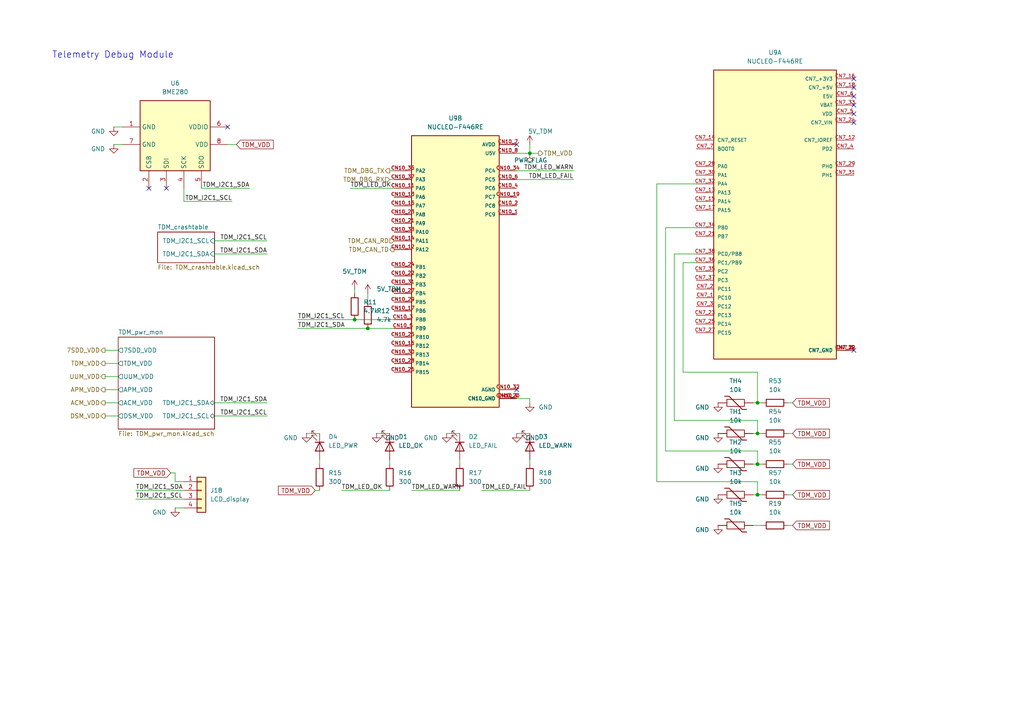
<source format=kicad_sch>
(kicad_sch (version 20250114) (generator "eeschema") (generator_version "9.0")
  (paper "A4")
  (title_block (date "2025-07-21") (rev "2"))
  (lib_symbols
    (symbol "Connector_Generic:Conn_01x04" (pin_names (offset 1.016) (hide yes))
      (property "Reference" "J" (at 0 5.08 0))
      (property "Value" "Conn_01x04" (at 0 -7.62 0))
      (symbol "Conn_01x04_1_1"
        (rectangle (start -1.27 3.81) (end 1.27 -6.35) (stroke (width 0.254)) (fill (type background)))
        (rectangle (start -1.27 2.667) (end 0 2.413) (stroke (width 0.1524)))
        (rectangle (start -1.27 0.127) (end 0 -0.127) (stroke (width 0.1524)))
        (rectangle (start -1.27 -2.413) (end 0 -2.667) (stroke (width 0.1524)))
        (rectangle (start -1.27 -4.953) (end 0 -5.207) (stroke (width 0.1524)))
        (pin passive line (at -5.08 2.54 0) (length 3.81) (name "Pin_1") (number "1"))
        (pin passive line (at -5.08 0 0) (length 3.81) (name "Pin_2") (number "2"))
        (pin passive line (at -5.08 -2.54 0) (length 3.81) (name "Pin_3") (number "3"))
        (pin passive line (at -5.08 -5.08 0) (length 3.81) (name "Pin_4") (number "4"))
      )
    )
    (symbol "Device:LED" (pin_numbers (hide yes)) (pin_names (offset 1.016) (hide yes))
      (property "Reference" "D" (at 0 2.54 0))
      (property "Value" "LED" (at 0 -2.54 0))
      (symbol "LED_0_1"
        (polyline (pts (xy -3.048 -0.762) (xy -4.572 -2.286) (xy -3.81 -2.286) (xy -4.572 -2.286) (xy -4.572 -1.524)))
        (polyline (pts (xy -1.778 -0.762) (xy -3.302 -2.286) (xy -2.54 -2.286) (xy -3.302 -2.286) (xy -3.302 -1.524)))
        (polyline (pts (xy -1.27 0) (xy 1.27 0)))
        (polyline (pts (xy -1.27 -1.27) (xy -1.27 1.27)) (stroke (width 0.254)))
        (polyline (pts (xy 1.27 -1.27) (xy 1.27 1.27) (xy -1.27 0) (xy 1.27 -1.27)) (stroke (width 0.254)))
      )
      (symbol "LED_1_1"
        (pin passive line (at -3.81 0 0) (length 2.54) (name "K") (number "1"))
        (pin passive line (at 3.81 0 180) (length 2.54) (name "A") (number "2"))
      )
    )
    (symbol "Device:R" (pin_numbers (hide yes)) (pin_names (offset 0))
      (property "Reference" "R" (at 2.032 0 90))
      (property "Value" "R" (at 0 0 90))
      (symbol "R_0_1"
        (rectangle (start -1.016 -2.54) (end 1.016 2.54) (stroke (width 0.254)))
      )
      (symbol "R_1_1"
        (pin passive line (at 0 3.81 270) (length 1.27) (name "~") (number "1"))
        (pin passive line (at 0 -3.81 90) (length 1.27) (name "~") (number "2"))
      )
    )
    (symbol "Device:Thermistor" (pin_numbers (hide yes)) (pin_names (offset 0))
      (property "Reference" "TH" (at 2.54 1.27 90))
      (property "Value" "Thermistor" (at -2.54 0 90))
      (symbol "Thermistor_0_1"
        (polyline (pts (xy -1.905 3.175) (xy -1.905 1.905) (xy 1.905 -1.905) (xy 1.905 -3.175) (xy 1.905 -3.175)) (stroke (width 0.254)))
        (rectangle (start -1.016 2.54) (end 1.016 -2.54) (stroke (width 0.2032)))
      )
      (symbol "Thermistor_1_1"
        (pin passive line (at 0 5.08 270) (length 2.54) (name "~") (number "1"))
        (pin passive line (at 0 -5.08 90) (length 2.54) (name "~") (number "2"))
      )
    )
    (symbol "NUCLEO-F446RE:NUCLEO-F446RE" (pin_names (offset 1.016))
      (property "Reference" "U" (at -17.78 41.91 0))
      (property "Value" "NUCLEO-F446RE" (at -17.78 -44.45 0))
      (symbol "NUCLEO-F446RE_1_0"
        (rectangle (start -17.78 -43.18) (end 17.78 40.64) (stroke (width 0.254)) (fill (type background)))
        (pin bidirectional line (at -22.86 20.32 0) (length 5.08) (name "CN7_RESET") (number "CN7_14"))
        (pin bidirectional line (at -22.86 17.78 0) (length 5.08) (name "BOOT0") (number "CN7_7"))
        (pin bidirectional line (at -22.86 12.7 0) (length 5.08) (name "PA0") (number "CN7_28"))
        (pin bidirectional line (at -22.86 10.16 0) (length 5.08) (name "PA1") (number "CN7_30"))
        (pin bidirectional line (at -22.86 7.62 0) (length 5.08) (name "PA4") (number "CN7_32"))
        (pin bidirectional line (at -22.86 5.08 0) (length 5.08) (name "PA13") (number "CN7_13"))
        (pin bidirectional line (at -22.86 2.54 0) (length 5.08) (name "PA14") (number "CN7_15"))
        (pin bidirectional line (at -22.86 0 0) (length 5.08) (name "PA15") (number "CN7_17"))
        (pin bidirectional line (at -22.86 -5.08 0) (length 5.08) (name "PB0") (number "CN7_34"))
        (pin bidirectional line (at -22.86 -7.62 0) (length 5.08) (name "PB7") (number "CN7_21"))
        (pin bidirectional line (at -22.86 -12.7 0) (length 5.08) (name "PC0/PB8") (number "CN7_38"))
        (pin bidirectional line (at -22.86 -15.24 0) (length 5.08) (name "PC1/PB9") (number "CN7_36"))
        (pin bidirectional line (at -22.86 -17.78 0) (length 5.08) (name "PC2") (number "CN7_35"))
        (pin bidirectional line (at -22.86 -20.32 0) (length 5.08) (name "PC3") (number "CN7_37"))
        (pin bidirectional line (at -22.86 -22.86 0) (length 5.08) (name "PC11") (number "CN7_2"))
        (pin bidirectional line (at -22.86 -25.4 0) (length 5.08) (name "PC10") (number "CN7_1"))
        (pin bidirectional line (at -22.86 -27.94 0) (length 5.08) (name "PC12") (number "CN7_3"))
        (pin bidirectional line (at -22.86 -30.48 0) (length 5.08) (name "PC13") (number "CN7_23"))
        (pin bidirectional line (at -22.86 -33.02 0) (length 5.08) (name "PC14") (number "CN7_25"))
        (pin bidirectional line (at -22.86 -35.56 0) (length 5.08) (name "PC15") (number "CN7_27"))
        (pin power_in line (at 22.86 38.1 180) (length 5.08) (name "CN7_+3V3") (number "CN7_16"))
        (pin power_in line (at 22.86 35.56 180) (length 5.08) (name "CN7_+5V") (number "CN7_18"))
        (pin power_in line (at 22.86 33.02 180) (length 5.08) (name "E5V") (number "CN7_6"))
        (pin power_in line (at 22.86 30.48 180) (length 5.08) (name "VBAT") (number "CN7_33"))
        (pin power_in line (at 22.86 27.94 180) (length 5.08) (name "VDD") (number "CN7_5"))
        (pin power_in line (at 22.86 25.4 180) (length 5.08) (name "CN7_VIN") (number "CN7_24"))
        (pin bidirectional line (at 22.86 20.32 180) (length 5.08) (name "CN7_IOREF") (number "CN7_12"))
        (pin bidirectional line (at 22.86 17.78 180) (length 5.08) (name "PD2") (number "CN7_4"))
        (pin bidirectional line (at 22.86 12.7 180) (length 5.08) (name "PH0") (number "CN7_29"))
        (pin bidirectional line (at 22.86 10.16 180) (length 5.08) (name "PH1") (number "CN7_31"))
        (pin power_in line (at 22.86 -40.64 180) (length 5.08) (name "CN7_GND") (number "CN7_19"))
        (pin power_in line (at 22.86 -40.64 180) (length 5.08) (name "CN7_GND") (number "CN7_20"))
        (pin power_in line (at 22.86 -40.64 180) (length 5.08) (name "CN7_GND") (number "CN7_22"))
        (pin power_in line (at 22.86 -40.64 180) (length 5.08) (name "CN7_GND") (number "CN7_8"))
      )
      (symbol "NUCLEO-F446RE_2_0"
        (rectangle (start -12.7 -40.64) (end 12.7 38.1) (stroke (width 0.254)) (fill (type background)))
        (pin bidirectional line (at -17.78 27.94 0) (length 5.08) (name "PA2") (number "CN10_35"))
        (pin bidirectional line (at -17.78 25.4 0) (length 5.08) (name "PA3") (number "CN10_37"))
        (pin bidirectional line (at -17.78 22.86 0) (length 5.08) (name "PA5") (number "CN10_11"))
        (pin bidirectional line (at -17.78 20.32 0) (length 5.08) (name "PA6") (number "CN10_13"))
        (pin bidirectional line (at -17.78 17.78 0) (length 5.08) (name "PA7") (number "CN10_15"))
        (pin bidirectional line (at -17.78 15.24 0) (length 5.08) (name "PA8") (number "CN10_23"))
        (pin bidirectional line (at -17.78 12.7 0) (length 5.08) (name "PA9") (number "CN10_21"))
        (pin bidirectional line (at -17.78 10.16 0) (length 5.08) (name "PA10") (number "CN10_33"))
        (pin bidirectional line (at -17.78 7.62 0) (length 5.08) (name "PA11") (number "CN10_14"))
        (pin bidirectional line (at -17.78 5.08 0) (length 5.08) (name "PA12") (number "CN10_12"))
        (pin bidirectional line (at -17.78 0 0) (length 5.08) (name "PB1") (number "CN10_24"))
        (pin bidirectional line (at -17.78 -2.54 0) (length 5.08) (name "PB2") (number "CN10_22"))
        (pin bidirectional line (at -17.78 -5.08 0) (length 5.08) (name "PB3") (number "CN10_31"))
        (pin bidirectional line (at -17.78 -7.62 0) (length 5.08) (name "PB4") (number "CN10_27"))
        (pin bidirectional line (at -17.78 -10.16 0) (length 5.08) (name "PB5") (number "CN10_29"))
        (pin bidirectional line (at -17.78 -12.7 0) (length 5.08) (name "PB6") (number "CN10_17"))
        (pin bidirectional line (at -17.78 -15.24 0) (length 5.08) (name "PB8") (number "CN10_3"))
        (pin bidirectional line (at -17.78 -17.78 0) (length 5.08) (name "PB9") (number "CN10_5"))
        (pin bidirectional line (at -17.78 -20.32 0) (length 5.08) (name "PB10") (number "CN10_25"))
        (pin bidirectional line (at -17.78 -22.86 0) (length 5.08) (name "PB12") (number "CN10_16"))
        (pin bidirectional line (at -17.78 -25.4 0) (length 5.08) (name "PB13") (number "CN10_30"))
        (pin bidirectional line (at -17.78 -27.94 0) (length 5.08) (name "PB14") (number "CN10_28"))
        (pin bidirectional line (at -17.78 -30.48 0) (length 5.08) (name "PB15") (number "CN10_26"))
        (pin power_in line (at 17.78 35.56 180) (length 5.08) (name "AVDD") (number "CN10_7"))
        (pin power_in line (at 17.78 33.02 180) (length 5.08) (name "U5V") (number "CN10_8"))
        (pin bidirectional line (at 17.78 27.94 180) (length 5.08) (name "PC4") (number "CN10_34"))
        (pin bidirectional line (at 17.78 25.4 180) (length 5.08) (name "PC5") (number "CN10_6"))
        (pin bidirectional line (at 17.78 22.86 180) (length 5.08) (name "PC6") (number "CN10_4"))
        (pin bidirectional line (at 17.78 20.32 180) (length 5.08) (name "PC7") (number "CN10_19"))
        (pin bidirectional line (at 17.78 17.78 180) (length 5.08) (name "PC8") (number "CN10_2"))
        (pin bidirectional line (at 17.78 15.24 180) (length 5.08) (name "PC9") (number "CN10_1"))
        (pin power_in line (at 17.78 -35.56 180) (length 5.08) (name "AGND") (number "CN10_32"))
        (pin power_in line (at 17.78 -38.1 180) (length 5.08) (name "CN10_GND") (number "CN10_20"))
        (pin power_in line (at 17.78 -38.1 180) (length 5.08) (name "CN10_GND") (number "CN10_9"))
      )
      (symbol "NUCLEO-F446RE_3_0"
        (rectangle (start -15.24 -12.7) (end 15.24 10.16) (stroke (width 0.254)) (fill (type background)))
        (pin bidirectional line (at -20.32 -2.54 0) (length 5.08) (name "CN6_RESET") (number "CN6_3"))
        (pin bidirectional line (at -20.32 -5.08 0) (length 5.08) (name "CN6_IOREF") (number "CN6_2"))
        (pin power_in line (at 20.32 7.62 180) (length 5.08) (name "CN6_VIN") (number "CN6_8"))
        (pin power_in line (at 20.32 5.08 180) (length 5.08) (name "CN6_+5V") (number "CN6_5"))
        (pin power_in line (at 20.32 2.54 180) (length 5.08) (name "CN6_+3V3") (number "CN6_4"))
        (pin power_in line (at 20.32 -10.16 180) (length 5.08) (name "CN6_GND") (number "CN6_6"))
        (pin power_in line (at 20.32 -10.16 180) (length 5.08) (name "CN6_GND") (number "CN6_7"))
      )
      (symbol "NUCLEO-F446RE_4_0"
        (rectangle (start -5.08 -12.7) (end 5.08 12.7) (stroke (width 0.254)) (fill (type background)))
        (pin input line (at -10.16 10.16 0) (length 5.08) (name "D0") (number "CN9_1"))
        (pin output line (at -10.16 7.62 0) (length 5.08) (name "D1") (number "CN9_2"))
        (pin bidirectional line (at -10.16 2.54 0) (length 5.08) (name "D2") (number "CN9_3"))
        (pin bidirectional line (at -10.16 0 0) (length 5.08) (name "D3") (number "CN9_4"))
        (pin bidirectional line (at -10.16 -2.54 0) (length 5.08) (name "D4") (number "CN9_5"))
        (pin bidirectional line (at -10.16 -5.08 0) (length 5.08) (name "D5") (number "CN9_6"))
        (pin bidirectional line (at -10.16 -7.62 0) (length 5.08) (name "D6") (number "CN9_7"))
        (pin bidirectional line (at -10.16 -10.16 0) (length 5.08) (name "D7") (number "CN9_8"))
      )
      (symbol "NUCLEO-F446RE_5_0"
        (rectangle (start -5.08 -10.16) (end 5.08 7.62) (stroke (width 0.254)) (fill (type background)))
        (pin input line (at -10.16 5.08 0) (length 5.08) (name "A0") (number "CN8_1"))
        (pin input line (at -10.16 2.54 0) (length 5.08) (name "A1") (number "CN8_2"))
        (pin input line (at -10.16 0 0) (length 5.08) (name "A2") (number "CN8_3"))
        (pin input line (at -10.16 -2.54 0) (length 5.08) (name "A3") (number "CN8_4"))
        (pin input line (at -10.16 -5.08 0) (length 5.08) (name "A4") (number "CN8_5"))
        (pin input line (at -10.16 -7.62 0) (length 5.08) (name "A5") (number "CN8_6"))
      )
      (symbol "NUCLEO-F446RE_6_0"
        (rectangle (start -10.16 -17.78) (end 10.16 15.24) (stroke (width 0.254)) (fill (type background)))
        (pin bidirectional line (at -15.24 7.62 0) (length 5.08) (name "D8") (number "CN5_1"))
        (pin bidirectional line (at -15.24 5.08 0) (length 5.08) (name "D9") (number "CN5_2"))
        (pin bidirectional line (at -15.24 2.54 0) (length 5.08) (name "D10") (number "CN5_3"))
        (pin bidirectional line (at -15.24 0 0) (length 5.08) (name "D11") (number "CN5_4"))
        (pin bidirectional line (at -15.24 -2.54 0) (length 5.08) (name "D12") (number "CN5_5"))
        (pin bidirectional clock (at -15.24 -5.08 0) (length 5.08) (name "D13") (number "CN5_6"))
        (pin bidirectional line (at -15.24 -7.62 0) (length 5.08) (name "D14") (number "CN5_9"))
        (pin bidirectional clock (at -15.24 -10.16 0) (length 5.08) (name "D15") (number "CN5_10"))
        (pin power_in line (at 15.24 12.7 180) (length 5.08) (name "AREF") (number "CN5_8"))
        (pin power_in line (at 15.24 -15.24 180) (length 5.08) (name "CN5_GND") (number "CN5_7"))
      )
    )
    (symbol "Sensor:BME280"
      (property "Reference" "U" (at -8.89 11.43 0))
      (property "Value" "BME280" (at 7.62 11.43 0))
      (symbol "BME280_0_1"
        (rectangle (start -10.16 10.16) (end 10.16 -10.16) (stroke (width 0.254)) (fill (type background)))
      )
      (symbol "BME280_1_1"
        (pin power_in line (at -2.54 15.24 270) (length 5.08) (name "VDDIO") (number "6"))
        (pin power_in line (at -2.54 -15.24 90) (length 5.08) (name "GND") (number "1"))
        (pin power_in line (at 2.54 15.24 270) (length 5.08) (name "VDD") (number "8"))
        (pin power_in line (at 2.54 -15.24 90) (length 5.08) (name "GND") (number "7"))
        (pin bidirectional line (at 15.24 7.62 180) (length 5.08) (name "SDO") (number "5"))
        (pin input line (at 15.24 2.54 180) (length 5.08) (name "SCK") (number "4"))
        (pin bidirectional line (at 15.24 -2.54 180) (length 5.08) (name "SDI") (number "3"))
        (pin input line (at 15.24 -7.62 180) (length 5.08) (name "CSB") (number "2"))
      )
    )
    (symbol "power:+5V" (power) (pin_numbers (hide yes)) (pin_names (offset 0) (hide yes))
      (property "Value" "+5V" (at 0 3.556 0))
      (symbol "+5V_0_1"
        (polyline (pts (xy -0.762 1.27) (xy 0 2.54)))
        (polyline (pts (xy 0 2.54) (xy 0.762 1.27)))
        (polyline (pts (xy 0 0) (xy 0 2.54)))
      )
      (symbol "+5V_1_1"
        (pin power_in line (at 0 0 90) (length 0) (name "~") (number "1"))
      )
    )
    (symbol "power:GND" (power) (pin_numbers (hide yes)) (pin_names (offset 0) (hide yes))
      (property "Value" "GND" (at 0 -3.81 0))
      (symbol "GND_0_1"
        (polyline (pts (xy 0 0) (xy 0 -1.27) (xy 1.27 -1.27) (xy 0 -2.54) (xy -1.27 -1.27) (xy 0 -1.27)))
      )
      (symbol "GND_1_1"
        (pin power_in line (at 0 0 270) (length 0) (name "~") (number "1"))
      )
    )
    (symbol "power:PWR_FLAG" (power) (pin_numbers (hide yes)) (pin_names (offset 0) (hide yes))
      (property "Value" "PWR_FLAG" (at 0 3.81 0))
      (symbol "PWR_FLAG_0_0"
        (pin power_out line (at 0 0 90) (length 0) (name "~") (number "1"))
      )
      (symbol "PWR_FLAG_0_1"
        (polyline (pts (xy 0 0) (xy 0 1.27) (xy -1.016 1.905) (xy 0 2.54) (xy 1.016 1.905) (xy 0 1.27)))
      )
    )
  )
  (text "Telemetry Debug Module" (at 32.766 16.002 0) (effects (font (size 1.905 1.905))))
  (junction (at 219.71 125.73))
  (junction (at 106.68 95.25))
  (junction (at 153.67 44.45))
  (junction (at 219.71 116.84))
  (junction (at 219.71 134.62))
  (junction (at 102.87 92.71))
  (junction (at 219.71 143.51))
  (no_connect (at 247.65 25.4))
  (no_connect (at 247.65 35.56))
  (no_connect (at 149.86 113.03))
  (no_connect (at 247.65 101.6))
  (no_connect (at 66.04 36.83))
  (no_connect (at 247.65 22.86))
  (no_connect (at 247.65 33.02))
  (no_connect (at 43.18 54.61))
  (no_connect (at 149.86 41.91))
  (no_connect (at 247.65 30.48))
  (no_connect (at 247.65 27.94))
  (no_connect (at 48.26 54.61))
  (wire (pts (xy 49.53 137.16) (xy 50.8 137.16)))
  (wire (pts (xy 229.87 152.4) (xy 228.6 152.4)))
  (wire (pts (xy 220.98 143.51) (xy 219.71 143.51)))
  (wire (pts (xy 219.71 134.62) (xy 218.44 134.62)))
  (wire (pts (xy 86.36 95.25) (xy 106.68 95.25)))
  (wire (pts (xy 219.71 121.92) (xy 219.71 125.73)))
  (wire (pts (xy 201.93 66.04) (xy 193.04 66.04)))
  (wire (pts (xy 153.67 41.91) (xy 153.67 44.45)))
  (wire (pts (xy 92.71 133.35) (xy 92.71 134.62)))
  (wire (pts (xy 220.98 134.62) (xy 219.71 134.62)))
  (wire (pts (xy 30.48 105.41) (xy 34.29 105.41)))
  (wire (pts (xy 220.98 116.84) (xy 219.71 116.84)))
  (wire (pts (xy 109.22 125.73) (xy 113.03 125.73)))
  (wire (pts (xy 201.93 76.2) (xy 198.12 76.2)))
  (wire (pts (xy 72.39 54.61) (xy 58.42 54.61)))
  (wire (pts (xy 119.38 142.24) (xy 133.35 142.24)))
  (wire (pts (xy 67.31 58.42) (xy 53.34 58.42)))
  (wire (pts (xy 195.58 73.66) (xy 195.58 121.92)))
  (wire (pts (xy 139.7 142.24) (xy 153.67 142.24)))
  (wire (pts (xy 201.93 53.34) (xy 190.5 53.34)))
  (wire (pts (xy 50.8 147.32) (xy 53.34 147.32)))
  (wire (pts (xy 102.87 92.71) (xy 114.3 92.71)))
  (wire (pts (xy 133.35 133.35) (xy 133.35 134.62)))
  (wire (pts (xy 50.8 139.7) (xy 53.34 139.7)))
  (wire (pts (xy 129.54 125.73) (xy 133.35 125.73)))
  (wire (pts (xy 153.67 44.45) (xy 156.21 44.45)))
  (wire (pts (xy 220.98 125.73) (xy 219.71 125.73)))
  (wire (pts (xy 39.37 142.24) (xy 53.34 142.24)))
  (wire (pts (xy 88.9 125.73) (xy 92.71 125.73)))
  (wire (pts (xy 30.48 101.6) (xy 34.29 101.6)))
  (wire (pts (xy 219.71 125.73) (xy 218.44 125.73)))
  (wire (pts (xy 229.87 134.62) (xy 228.6 134.62)))
  (wire (pts (xy 149.86 44.45) (xy 153.67 44.45)))
  (wire (pts (xy 77.47 116.84) (xy 62.23 116.84)))
  (wire (pts (xy 66.04 41.91) (xy 68.58 41.91)))
  (wire (pts (xy 219.71 130.81) (xy 219.71 134.62)))
  (wire (pts (xy 106.68 85.09) (xy 106.68 87.63)))
  (wire (pts (xy 166.37 52.07) (xy 149.86 52.07)))
  (wire (pts (xy 30.48 116.84) (xy 34.29 116.84)))
  (wire (pts (xy 229.87 116.84) (xy 228.6 116.84)))
  (wire (pts (xy 77.47 69.85) (xy 62.23 69.85)))
  (wire (pts (xy 77.47 73.66) (xy 62.23 73.66)))
  (wire (pts (xy 113.03 52.07) (xy 114.3 52.07)))
  (wire (pts (xy 86.36 92.71) (xy 102.87 92.71)))
  (wire (pts (xy 101.6 54.61) (xy 114.3 54.61)))
  (wire (pts (xy 153.67 116.84) (xy 153.67 115.57)))
  (wire (pts (xy 218.44 152.4) (xy 220.98 152.4)))
  (wire (pts (xy 193.04 66.04) (xy 193.04 130.81)))
  (wire (pts (xy 30.48 113.03) (xy 34.29 113.03)))
  (wire (pts (xy 201.93 73.66) (xy 195.58 73.66)))
  (wire (pts (xy 106.68 95.25) (xy 114.3 95.25)))
  (wire (pts (xy 30.48 109.22) (xy 34.29 109.22)))
  (wire (pts (xy 33.02 36.83) (xy 35.56 36.83)))
  (wire (pts (xy 166.37 49.53) (xy 149.86 49.53)))
  (wire (pts (xy 77.47 120.65) (xy 62.23 120.65)))
  (wire (pts (xy 229.87 125.73) (xy 228.6 125.73)))
  (wire (pts (xy 113.03 133.35) (xy 113.03 134.62)))
  (wire (pts (xy 113.03 49.53) (xy 114.3 49.53)))
  (wire (pts (xy 102.87 83.82) (xy 102.87 85.09)))
  (wire (pts (xy 219.71 139.7) (xy 219.71 143.51)))
  (wire (pts (xy 30.48 120.65) (xy 34.29 120.65)))
  (wire (pts (xy 53.34 58.42) (xy 53.34 54.61)))
  (wire (pts (xy 229.87 143.51) (xy 228.6 143.51)))
  (wire (pts (xy 219.71 143.51) (xy 218.44 143.51)))
  (wire (pts (xy 198.12 107.95) (xy 219.71 107.95)))
  (wire (pts (xy 153.67 133.35) (xy 153.67 134.62)))
  (wire (pts (xy 33.02 41.91) (xy 35.56 41.91)))
  (wire (pts (xy 193.04 130.81) (xy 219.71 130.81)))
  (wire (pts (xy 195.58 121.92) (xy 219.71 121.92)))
  (wire (pts (xy 99.06 142.24) (xy 113.03 142.24)))
  (wire (pts (xy 219.71 107.95) (xy 219.71 116.84)))
  (wire (pts (xy 50.8 137.16) (xy 50.8 139.7)))
  (wire (pts (xy 190.5 53.34) (xy 190.5 139.7)))
  (wire (pts (xy 198.12 76.2) (xy 198.12 107.95)))
  (wire (pts (xy 149.86 125.73) (xy 153.67 125.73)))
  (wire (pts (xy 149.86 115.57) (xy 153.67 115.57)))
  (wire (pts (xy 219.71 116.84) (xy 218.44 116.84)))
  (wire (pts (xy 91.44 142.24) (xy 92.71 142.24)))
  (wire (pts (xy 39.37 144.78) (xy 53.34 144.78)))
  (wire (pts (xy 190.5 139.7) (xy 219.71 139.7)))
  (label "TDM_LED_WARN" (at 119.38 142.24 0))
  (label "TDM_LED_FAIL" (at 139.7 142.24 0))
  (label "TDM_I2C1_SDA" (at 72.39 54.61 180))
  (label "TDM_LED_FAIL" (at 166.37 52.07 180))
  (label "TDM_I2C1_SDA" (at 86.36 95.25 0))
  (label "TDM_LED_OK" (at 101.6 54.61 0))
  (label "TDM_I2C1_SCL" (at 86.36 92.71 0))
  (label "TDM_I2C1_SCL" (at 77.47 69.85 180))
  (label "TDM_I2C1_SCL" (at 39.37 144.78 0))
  (label "TDM_I2C1_SCL" (at 77.47 120.65 180))
  (label "TDM_I2C1_SDA" (at 39.37 142.24 0))
  (label "TDM_LED_OK" (at 99.06 142.24 0))
  (label "TDM_I2C1_SDA" (at 77.47 73.66 180))
  (label "TDM_LED_WARN" (at 166.37 49.53 180))
  (label "TDM_I2C1_SCL" (at 67.31 58.42 180))
  (label "TDM_I2C1_SDA" (at 77.47 116.84 180))
  (global_label "TDM_VDD" (shape input) (at 229.87 152.4 0) (property "Intersheetrefs" "${INTERSHEET_REFS}" (effects (hide yes))))
  (global_label "TDM_VDD" (shape input) (at 229.87 116.84 0) (property "Intersheetrefs" "${INTERSHEET_REFS}" (effects (hide yes))))
  (global_label "TDM_VDD" (shape input) (at 229.87 134.62 0) (property "Intersheetrefs" "${INTERSHEET_REFS}" (effects (hide yes))))
  (global_label "TDM_VDD" (shape input) (at 68.58 41.91 0) (property "Intersheetrefs" "${INTERSHEET_REFS}" (effects (hide yes))))
  (global_label "TDM_VDD" (shape input) (at 229.87 143.51 0) (property "Intersheetrefs" "${INTERSHEET_REFS}" (effects (hide yes))))
  (global_label "TDM_VDD" (shape input) (at 49.53 137.16 180) (property "Intersheetrefs" "${INTERSHEET_REFS}" (effects (hide yes))))
  (global_label "TDM_VDD" (shape input) (at 91.44 142.24 180) (property "Intersheetrefs" "${INTERSHEET_REFS}" (effects (hide yes))))
  (global_label "TDM_VDD" (shape input) (at 229.87 125.73 0) (property "Intersheetrefs" "${INTERSHEET_REFS}" (effects (hide yes))))
  (hierarchical_label "TDM_VDD" (shape output) (at 156.21 44.45 0))
  (hierarchical_label "ACM_VDD" (shape output) (at 30.48 116.84 180))
  (hierarchical_label "DSM_VDD" (shape output) (at 30.48 120.65 180))
  (hierarchical_label "APM_VDD" (shape output) (at 30.48 113.03 180))
  (hierarchical_label "7SDD_VDD" (shape output) (at 30.48 101.6 180))
  (hierarchical_label "TDM_VDD" (shape output) (at 30.48 105.41 180))
  (hierarchical_label "TDM_DBG_RX" (shape input) (at 113.03 52.07 180))
  (hierarchical_label "TDM_DBG_TX" (shape output) (at 113.03 49.53 180))
  (hierarchical_label "TDM_CAN_TD" (shape output) (at 114.3 72.39 180))
  (hierarchical_label "UUM_VDD" (shape output) (at 30.48 109.22 180))
  (hierarchical_label "TDM_CAN_RD" (shape input) (at 114.3 69.85 180))
  (symbol (lib_id "power:+5V") (at 106.68 85.09 0) (unit 1)
    (property "Reference" "#PWR027" (effects (hide yes)))
    (property "Value" "5V_TDM" (at 109.22 83.8199 0) (effects (justify left)))
    (property "Description" "Power symbol creates a global label with name \"+5V\"" (effects (hide yes)))
  )
  (symbol (lib_id "power:GND") (at 153.67 116.84 0) (unit 1)
    (property "Reference" "#PWR031" (effects (hide yes)))
    (property "Value" "GND" (at 156.21 118.1099 0) (effects (justify left)))
    (property "Description" "Power symbol creates a global label with name \"GND\" , ground" (effects (hide yes)))
  )
  (symbol (lib_id "power:+5V") (at 102.87 83.82 0) (unit 1)
    (property "Reference" "#PWR026" (effects (hide yes)))
    (property "Value" "5V_TDM" (at 102.87 78.74 0))
    (property "Description" "Power symbol creates a global label with name \"+5V\"" (effects (hide yes)))
  )
  (symbol (lib_id "Device:LED") (at 133.35 129.54 270) (unit 1)
    (property "Reference" "D2" (at 135.89 126.6824 90) (effects (justify left)))
    (property "Value" "LED_FAIL" (at 135.89 129.2224 90) (effects (justify left)))
    (property "Footprint" "LED_SMD:LED_0603_1608Metric" (effects (hide yes)))
    (property "Description" "Light emitting diode" (effects (hide yes)))
    (property "Sim.Pins" "1=K 2=A" (effects (hide yes)))
  )
  (symbol (lib_id "Device:R") (at 153.67 138.43 0) (unit 1)
    (property "Reference" "R18" (at 156.21 137.1599 0) (effects (justify left)))
    (property "Value" "300" (at 156.21 139.6999 0) (effects (justify left)))
    (property "Footprint" "Resistor_SMD:R_0805_2012Metric_Pad1.20x1.40mm_HandSolder" (effects (hide yes)))
    (property "Description" "Resistor" (effects (hide yes)))
    (property "DigiKey_Part_Number" "311-10.0KCRCT-ND" (effects (hide yes)))
    (property "Price" "0.0129" (effects (hide yes)))
  )
  (symbol (lib_id "Device:Thermistor") (at 213.36 116.84 90) (mirror x) (unit 1)
    (property "Reference" "TH4" (at 213.36 110.49 90))
    (property "Value" "10k" (at 213.36 113.03 90))
    (property "Footprint" "Package_TO_SOT_THT:Heraeus_TO-92-2" (effects (hide yes)))
    (property "Description" "Temperature dependent resistor" (effects (hide yes)))
  )
  (symbol (lib_id "power:GND") (at 208.28 116.84 0) (mirror y) (unit 1)
    (property "Reference" "#PWR071" (effects (hide yes)))
    (property "Value" "GND" (at 205.74 118.1099 0) (effects (justify left)))
    (property "Description" "Power symbol creates a global label with name \"GND\" , ground" (effects (hide yes)))
  )
  (symbol (lib_id "Device:Thermistor") (at 213.36 125.73 90) (mirror x) (unit 1)
    (property "Reference" "TH1" (at 213.36 119.38 90))
    (property "Value" "10k" (at 213.36 121.92 90))
    (property "Footprint" "Package_TO_SOT_THT:Heraeus_TO-92-2" (effects (hide yes)))
    (property "Description" "Temperature dependent resistor" (effects (hide yes)))
  )
  (symbol (lib_id "power:GND") (at 88.9 125.73 0) (unit 1)
    (property "Reference" "#PWR046" (effects (hide yes)))
    (property "Value" "GND" (at 86.36 126.9999 0) (effects (justify right)))
    (property "Description" "Power symbol creates a global label with name \"GND\" , ground" (effects (hide yes)))
  )
  (symbol (lib_id "power:GND") (at 208.28 143.51 0) (mirror y) (unit 1)
    (property "Reference" "#PWR0107" (effects (hide yes)))
    (property "Value" "GND" (at 205.74 144.7799 0) (effects (justify left)))
    (property "Description" "Power symbol creates a global label with name \"GND\" , ground" (effects (hide yes)))
  )
  (symbol (lib_id "Device:R") (at 133.35 138.43 0) (unit 1)
    (property "Reference" "R17" (at 135.89 137.1599 0) (effects (justify left)))
    (property "Value" "300" (at 135.89 139.6999 0) (effects (justify left)))
    (property "Footprint" "Resistor_SMD:R_0805_2012Metric_Pad1.20x1.40mm_HandSolder" (effects (hide yes)))
    (property "Description" "Resistor" (effects (hide yes)))
    (property "DigiKey_Part_Number" "311-10.0KCRCT-ND" (effects (hide yes)))
    (property "Price" "0.0129" (effects (hide yes)))
  )
  (symbol (lib_id "power:GND") (at 208.28 152.4 0) (mirror y) (unit 1)
    (property "Reference" "#PWR047" (effects (hide yes)))
    (property "Value" "GND" (at 205.74 153.6699 0) (effects (justify left)))
    (property "Description" "Power symbol creates a global label with name \"GND\" , ground" (effects (hide yes)))
  )
  (symbol (lib_id "power:+5V") (at 153.67 41.91 0) (unit 1)
    (property "Reference" "#PWR023" (effects (hide yes)))
    (property "Value" "5V_TDM" (at 153.162 38.1 0) (effects (justify left)))
    (property "Description" "Power symbol creates a global label with name \"+5V\"" (effects (hide yes)))
  )
  (symbol (lib_id "power:GND") (at 33.02 41.91 0) (unit 1)
    (property "Reference" "#PWR032" (effects (hide yes)))
    (property "Value" "GND" (at 30.48 43.1799 0) (effects (justify right)))
    (property "Description" "Power symbol creates a global label with name \"GND\" , ground" (effects (hide yes)))
  )
  (symbol (lib_id "power:GND") (at 208.28 134.62 0) (mirror y) (unit 1)
    (property "Reference" "#PWR0104" (effects (hide yes)))
    (property "Value" "GND" (at 205.74 135.8899 0) (effects (justify left)))
    (property "Description" "Power symbol creates a global label with name \"GND\" , ground" (effects (hide yes)))
  )
  (symbol (lib_id "power:GND") (at 33.02 36.83 0) (unit 1)
    (property "Reference" "#PWR0180" (effects (hide yes)))
    (property "Value" "GND" (at 30.48 38.0999 0) (effects (justify right)))
    (property "Description" "Power symbol creates a global label with name \"GND\" , ground" (effects (hide yes)))
  )
  (symbol (lib_id "power:GND") (at 149.86 125.73 0) (unit 1)
    (property "Reference" "#PWR044" (effects (hide yes)))
    (property "Value" "GND" (at 152.4 126.9999 0) (effects (justify left)))
    (property "Description" "Power symbol creates a global label with name \"GND\" , ground" (effects (hide yes)))
  )
  (symbol (lib_id "NUCLEO-F446RE:NUCLEO-F446RE") (at 224.79 60.96 0) (unit 1)
    (property "Reference" "U9" (at 224.79 15.24 0))
    (property "Value" "NUCLEO-F446RE" (at 224.79 17.78 0))
    (property "Footprint" "NUCLEO-F446RE:MODULE_NUCLEO-F446RE" (effects (hide yes)))
    (property "MF" "STMicroelectronics" (effects (hide yes)))
    (property "Package" "None" (effects (hide yes)))
    (property "Price" "None" (effects (hide yes)))
    (property "Check_prices" "https://www.snapeda.com/parts/NUCLEO-F446RE/STMicroelectronics/view-part/?ref=eda" (effects (hide yes)))
    (property "STANDARD" "Manufacturer Recommendations" (effects (hide yes)))
    (property "PARTREV" "13" (effects (hide yes)))
    (property "SnapEDA_Link" "https://www.snapeda.com/parts/NUCLEO-F446RE/STMicroelectronics/view-part/?ref=snap" (effects (hide yes)))
    (property "MP" "NUCLEO-F446RE" (effects (hide yes)))
    (property "Description_1" "STM32F446RE, mbed-Enabled Development Nucleo-64 STM32F4 ARM® Cortex®-M4 MCU 32-Bit Embedded Evaluation Board" (effects (hide yes)))
    (property "Availability" "In Stock" (effects (hide yes)))
    (property "MANUFACTURER" "STMicroelectronics" (effects (hide yes)))
  )
  (symbol (lib_id "Device:R") (at 113.03 138.43 0) (unit 1)
    (property "Reference" "R16" (at 115.57 137.1599 0) (effects (justify left)))
    (property "Value" "300" (at 115.57 139.6999 0) (effects (justify left)))
    (property "Footprint" "Resistor_SMD:R_0805_2012Metric_Pad1.20x1.40mm_HandSolder" (effects (hide yes)))
    (property "Description" "Resistor" (effects (hide yes)))
    (property "DigiKey_Part_Number" "311-10.0KCRCT-ND" (effects (hide yes)))
    (property "Price" "0.0129" (effects (hide yes)))
  )
  (symbol (lib_id "power:GND") (at 50.8 147.32 0) (unit 1)
    (property "Reference" "#PWR0126" (effects (hide yes)))
    (property "Value" "GND" (at 48.26 148.5899 0) (effects (justify right)))
    (property "Description" "Power symbol creates a global label with name \"GND\" , ground" (effects (hide yes)))
  )
  (symbol (lib_id "Device:R") (at 102.87 88.9 180) (unit 1)
    (property "Reference" "R11" (at 105.41 87.6299 0) (effects (justify right)))
    (property "Value" "4.7k" (at 105.41 90.1699 0) (effects (justify right)))
    (property "Footprint" "Resistor_SMD:R_0805_2012Metric_Pad1.20x1.40mm_HandSolder" (effects (hide yes)))
    (property "Description" "Resistor" (effects (hide yes)))
    (property "DigiKey_Part_Number" "311-10.0KCRCT-ND" (effects (hide yes)))
    (property "Price" "0.0129" (effects (hide yes)))
  )
  (symbol (lib_id "Device:Thermistor") (at 213.36 143.51 90) (mirror x) (unit 1)
    (property "Reference" "TH3" (at 213.36 137.16 90))
    (property "Value" "10k" (at 213.36 139.7 90))
    (property "Footprint" "Package_TO_SOT_THT:Heraeus_TO-92-2" (effects (hide yes)))
    (property "Description" "Temperature dependent resistor" (effects (hide yes)))
  )
  (symbol (lib_id "power:GND") (at 208.28 125.73 0) (mirror y) (unit 1)
    (property "Reference" "#PWR082" (effects (hide yes)))
    (property "Value" "GND" (at 205.74 126.9999 0) (effects (justify left)))
    (property "Description" "Power symbol creates a global label with name \"GND\" , ground" (effects (hide yes)))
  )
  (symbol (lib_id "Device:LED") (at 113.03 129.54 270) (unit 1)
    (property "Reference" "D1" (at 115.57 126.6824 90) (effects (justify left)))
    (property "Value" "LED_OK" (at 115.57 129.2224 90) (effects (justify left)))
    (property "Footprint" "LED_SMD:LED_0603_1608Metric" (effects (hide yes)))
    (property "Description" "Light emitting diode" (effects (hide yes)))
    (property "Sim.Pins" "1=K 2=A" (effects (hide yes)))
  )
  (symbol (lib_id "Device:LED") (at 153.67 129.54 270) (unit 1)
    (property "Reference" "D3" (at 156.21 126.6824 90) (effects (justify left)))
    (property "Value" "LED_WARN" (at 156.21 129.2224 90) (effects (justify left)))
    (property "Footprint" "LED_SMD:LED_0603_1608Metric" (effects (hide yes)))
    (property "Description" "Light emitting diode" (effects (hide yes)))
    (property "Sim.Pins" "1=K 2=A" (effects (hide yes)))
  )
  (symbol (lib_id "Sensor:BME280") (at 50.8 39.37 270) (unit 1)
    (property "Reference" "U6" (at 50.8 24.13 90))
    (property "Value" "BME280" (at 50.8 26.67 90))
    (property "Footprint" "Package_LGA:Bosch_LGA-8_2.5x2.5mm_P0.65mm_ClockwisePinNumbering" (effects (hide yes)))
    (property "Datasheet" "https://www.bosch-sensortec.com/media/boschsensortec/downloads/datasheets/bst-bme280-ds002.pdf" (effects (hide yes)))
    (property "Description" "3-in-1 sensor, humidity, pressure, temperature, I2C and SPI interface, 1.71-3.6V, LGA-8" (effects (hide yes)))
  )
  (symbol (lib_id "Device:R") (at 92.71 138.43 0) (unit 1)
    (property "Reference" "R15" (at 95.25 137.1599 0) (effects (justify left)))
    (property "Value" "300" (at 95.25 139.6999 0) (effects (justify left)))
    (property "Footprint" "Resistor_SMD:R_0805_2012Metric_Pad1.20x1.40mm_HandSolder" (effects (hide yes)))
    (property "Description" "Resistor" (effects (hide yes)))
    (property "DigiKey_Part_Number" "311-10.0KCRCT-ND" (effects (hide yes)))
    (property "Price" "0.0129" (effects (hide yes)))
  )
  (symbol (lib_id "Device:R") (at 224.79 134.62 90) (mirror x) (unit 1)
    (property "Reference" "R55" (at 224.79 128.27 90))
    (property "Value" "10k" (at 224.79 130.81 90))
    (property "Footprint" "Resistor_SMD:R_0805_2012Metric_Pad1.20x1.40mm_HandSolder" (effects (hide yes)))
    (property "Description" "Resistor" (effects (hide yes)))
    (property "DigiKey_Part_Number" "311-10.0KCRCT-ND" (effects (hide yes)))
    (property "Price" "0.0129" (effects (hide yes)))
  )
  (symbol (lib_id "Device:R") (at 106.68 91.44 180) (unit 1)
    (property "Reference" "R12" (at 109.22 90.1699 0) (effects (justify right)))
    (property "Value" "4.7k" (at 109.22 92.7099 0) (effects (justify right)))
    (property "Footprint" "Resistor_SMD:R_0805_2012Metric_Pad1.20x1.40mm_HandSolder" (effects (hide yes)))
    (property "Description" "Resistor" (effects (hide yes)))
    (property "DigiKey_Part_Number" "311-10.0KCRCT-ND" (effects (hide yes)))
    (property "Price" "0.0129" (effects (hide yes)))
  )
  (symbol (lib_id "Device:R") (at 224.79 143.51 90) (mirror x) (unit 1)
    (property "Reference" "R57" (at 224.79 137.16 90))
    (property "Value" "10k" (at 224.79 139.7 90))
    (property "Footprint" "Resistor_SMD:R_0805_2012Metric_Pad1.20x1.40mm_HandSolder" (effects (hide yes)))
    (property "Description" "Resistor" (effects (hide yes)))
    (property "DigiKey_Part_Number" "311-10.0KCRCT-ND" (effects (hide yes)))
    (property "Price" "0.0129" (effects (hide yes)))
  )
  (symbol (lib_id "Device:R") (at 224.79 125.73 90) (mirror x) (unit 1)
    (property "Reference" "R54" (at 224.79 119.38 90))
    (property "Value" "10k" (at 224.79 121.92 90))
    (property "Footprint" "Resistor_SMD:R_0805_2012Metric_Pad1.20x1.40mm_HandSolder" (effects (hide yes)))
    (property "Description" "Resistor" (effects (hide yes)))
    (property "DigiKey_Part_Number" "311-10.0KCRCT-ND" (effects (hide yes)))
    (property "Price" "0.0129" (effects (hide yes)))
  )
  (symbol (lib_id "Device:Thermistor") (at 213.36 152.4 90) (mirror x) (unit 1)
    (property "Reference" "TH5" (at 213.36 146.05 90))
    (property "Value" "10k" (at 213.36 148.59 90))
    (property "Footprint" "Package_TO_SOT_THT:Heraeus_TO-92-2" (effects (hide yes)))
    (property "Description" "Temperature dependent resistor" (effects (hide yes)))
  )
  (symbol (lib_id "Device:Thermistor") (at 213.36 134.62 90) (mirror x) (unit 1)
    (property "Reference" "TH2" (at 213.36 128.27 90))
    (property "Value" "10k" (at 213.36 130.81 90))
    (property "Footprint" "Package_TO_SOT_THT:Heraeus_TO-92-2" (effects (hide yes)))
    (property "Description" "Temperature dependent resistor" (effects (hide yes)))
  )
  (symbol (lib_id "Device:R") (at 224.79 152.4 90) (mirror x) (unit 1)
    (property "Reference" "R19" (at 224.79 146.05 90))
    (property "Value" "10k" (at 224.79 148.59 90))
    (property "Footprint" "Resistor_SMD:R_0805_2012Metric_Pad1.20x1.40mm_HandSolder" (effects (hide yes)))
    (property "Description" "Resistor" (effects (hide yes)))
    (property "DigiKey_Part_Number" "311-10.0KCRCT-ND" (effects (hide yes)))
    (property "Price" "0.0129" (effects (hide yes)))
  )
  (symbol (lib_id "power:GND") (at 129.54 125.73 0) (unit 1)
    (property "Reference" "#PWR043" (effects (hide yes)))
    (property "Value" "GND" (at 127 126.9999 0) (effects (justify right)))
    (property "Description" "Power symbol creates a global label with name \"GND\" , ground" (effects (hide yes)))
  )
  (symbol (lib_id "NUCLEO-F446RE:NUCLEO-F446RE") (at 132.08 77.47 0) (unit 2)
    (property "Reference" "U9" (at 132.08 34.29 0))
    (property "Value" "NUCLEO-F446RE" (at 132.08 36.83 0))
    (property "Footprint" "NUCLEO-F446RE:MODULE_NUCLEO-F446RE" (effects (hide yes)))
    (property "MF" "STMicroelectronics" (effects (hide yes)))
    (property "Package" "None" (effects (hide yes)))
    (property "Price" "None" (effects (hide yes)))
    (property "Check_prices" "https://www.snapeda.com/parts/NUCLEO-F446RE/STMicroelectronics/view-part/?ref=eda" (effects (hide yes)))
    (property "STANDARD" "Manufacturer Recommendations" (effects (hide yes)))
    (property "PARTREV" "13" (effects (hide yes)))
    (property "SnapEDA_Link" "https://www.snapeda.com/parts/NUCLEO-F446RE/STMicroelectronics/view-part/?ref=snap" (effects (hide yes)))
    (property "MP" "NUCLEO-F446RE" (effects (hide yes)))
    (property "Description_1" "STM32F446RE, mbed-Enabled Development Nucleo-64 STM32F4 ARM® Cortex®-M4 MCU 32-Bit Embedded Evaluation Board" (effects (hide yes)))
    (property "Availability" "In Stock" (effects (hide yes)))
    (property "MANUFACTURER" "STMicroelectronics" (effects (hide yes)))
  )
  (symbol (lib_id "Device:R") (at 224.79 116.84 90) (mirror x) (unit 1)
    (property "Reference" "R53" (at 224.79 110.49 90))
    (property "Value" "10k" (at 224.79 113.03 90))
    (property "Footprint" "Resistor_SMD:R_0805_2012Metric_Pad1.20x1.40mm_HandSolder" (effects (hide yes)))
    (property "Description" "Resistor" (effects (hide yes)))
    (property "DigiKey_Part_Number" "311-10.0KCRCT-ND" (effects (hide yes)))
    (property "Price" "0.0129" (effects (hide yes)))
  )
  (symbol (lib_id "Connector_Generic:Conn_01x04") (at 58.42 142.24 0) (unit 1)
    (property "Reference" "J18" (at 60.96 142.2399 0) (effects (justify left)))
    (property "Value" "LCD_display" (at 60.96 144.7799 0) (effects (justify left)))
    (property "Footprint" "Connector_PinHeader_1.00mm:PinHeader_1x04_P1.00mm_Horizontal" (effects (hide yes)))
    (property "Description" "Generic connector, single row, 01x04, script generated (kicad-library-utils/schlib/autogen/connector/)" (effects (hide yes)))
  )
  (symbol (lib_id "Device:LED") (at 92.71 129.54 270) (unit 1)
    (property "Reference" "D4" (at 95.25 126.6824 90) (effects (justify left)))
    (property "Value" "LED_PWR" (at 95.25 129.2224 90) (effects (justify left)))
    (property "Footprint" "LED_SMD:LED_0603_1608Metric" (effects (hide yes)))
    (property "Description" "Light emitting diode" (effects (hide yes)))
    (property "Sim.Pins" "1=K 2=A" (effects (hide yes)))
  )
  (symbol (lib_id "power:GND") (at 109.22 125.73 0) (unit 1)
    (property "Reference" "#PWR030" (effects (hide yes)))
    (property "Value" "GND" (at 111.76 126.9999 0) (effects (justify left)))
    (property "Description" "Power symbol creates a global label with name \"GND\" , ground" (effects (hide yes)))
  )
  (symbol (lib_id "power:PWR_FLAG") (at 153.67 44.45 180) (unit 1)
    (property "Reference" "#FLG05" (effects (hide yes)))
    (property "Value" "PWR_FLAG" (at 153.924 46.482 0))
    (property "Description" "Special symbol for telling ERC where power comes from" (effects (hide yes)))
  )
  (sheet (at 45.72 67.31) (size 16.51 8.89) (stroke (width 0.1524))
    (property "Sheetname" "TDM_crashtable" (at 45.72 66.5984 0) (effects (justify left bottom)))
    (property "Sheetfile" "TDM_crashtable.kicad_sch" (at 45.72 76.7846 0) (effects (justify left top)))
    (pin "TDM_I2C1_SCL" input (at 62.23 69.85 0))
    (pin "TDM_I2C1_SDA" input (at 62.23 73.66 0))
  )
  (sheet (at 34.29 97.79) (size 27.94 26.67) (stroke (width 0.1524))
    (property "Sheetname" "TDM_pwr_mon" (at 34.29 97.0784 0) (effects (justify left bottom)))
    (property "Sheetfile" "TDM_pwr_mon.kicad_sch" (at 34.29 125.0446 0) (effects (justify left top)))
    (pin "DSM_VDD" output (at 34.29 120.65 180))
    (pin "ACM_VDD" output (at 34.29 116.84 180))
    (pin "APM_VDD" output (at 34.29 113.03 180))
    (pin "UUM_VDD" output (at 34.29 109.22 180))
    (pin "TDM_I2C1_SCL" bidirectional (at 62.23 120.65 0))
    (pin "TDM_I2C1_SDA" bidirectional (at 62.23 116.84 0))
    (pin "TDM_VDD" output (at 34.29 105.41 180))
    (pin "7SDD_VDD" output (at 34.29 101.6 180))
  )
)
</source>
